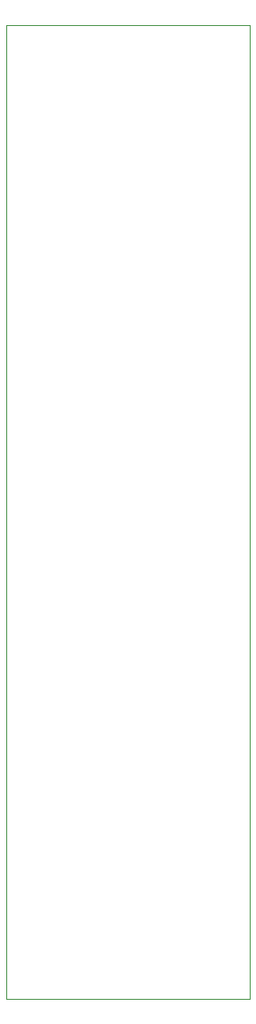
<source format=gbr>
%TF.GenerationSoftware,KiCad,Pcbnew,7.0.6*%
%TF.CreationDate,2023-10-29T14:46:36-05:00*%
%TF.ProjectId,Black Mage Eyes,426c6163-6b20-44d6-9167-652045796573,V01*%
%TF.SameCoordinates,Original*%
%TF.FileFunction,Profile,NP*%
%FSLAX46Y46*%
G04 Gerber Fmt 4.6, Leading zero omitted, Abs format (unit mm)*
G04 Created by KiCad (PCBNEW 7.0.6) date 2023-10-29 14:46:36*
%MOMM*%
%LPD*%
G01*
G04 APERTURE LIST*
%TA.AperFunction,Profile*%
%ADD10C,0.100000*%
%TD*%
G04 APERTURE END LIST*
D10*
X99770000Y-50000000D02*
X122770000Y-50000000D01*
X122770000Y-142000000D01*
X99770000Y-142000000D01*
X99770000Y-50000000D01*
M02*

</source>
